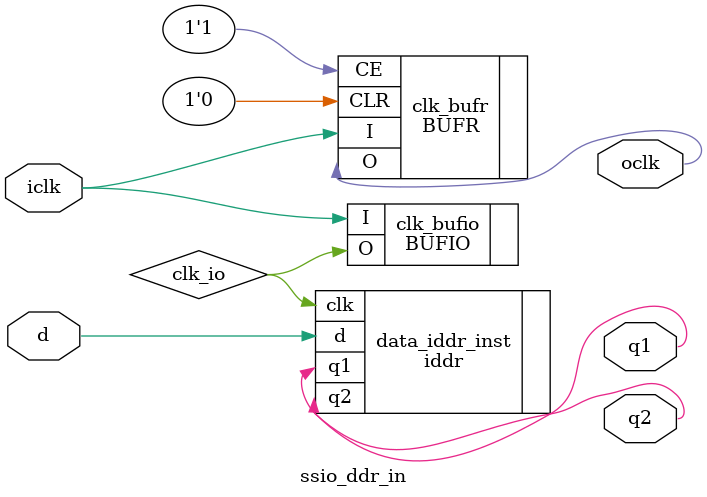
<source format=v>
`timescale 1ns / 1ps

module ssio_ddr_in #(
    parameter DATA_WIDTH = 1
)
(
	input wire iclk,
	input wire [DATA_WIDTH-1:0]d,
	output wire oclk,
	output wire [DATA_WIDTH-1:0]q1,
	output wire [DATA_WIDTH-1:0]q2
);

wire clk_io;

// pass through RX clock to input buffers
BUFIO clk_bufio (
	.I(iclk),
	.O(clk_io)
);

// pass through RX clock to logic
BUFR #(
	.BUFR_DIVIDE("BYPASS")
) clk_bufr (
	.I(iclk),
	.O(oclk),
	.CE(1'b1),
	.CLR(1'b0)
);
        
iddr #(
	.DATA_WIDTH(DATA_WIDTH)
) data_iddr_inst (
	.clk(clk_io),
	.d(d),
	.q1(q1),
	.q2(q2)
);

endmodule

</source>
